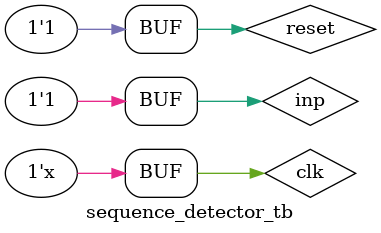
<source format=v>
`timescale 1ns / 1ps


module sequence_detector_tb(

    );
    
    reg inp,clk,reset;
    wire out;
    sequence_detector DUT(inp,clk,reset,out);
    initial begin
        reset<=0;
        clk<=0;
        inp<=0;
    end
    always #5 clk<=~clk;
    initial begin
        #10 reset<=1;
        inp<=0;
        #10 inp<=1;
        #10 inp<=0;
        #10 inp<=1;
        #10 inp<=1;
        #10 inp<=0;
        #10 inp<=0;
        #10 inp<=1;
        #10 inp<=0;
        #10 inp<=1;
        #10 inp<=1;
        #10 inp<=0;
        #10 inp<=1;
        #10 inp<=1;
        #10 inp<=0;
        #10 inp<=1;
        #10 inp<=1;
        #10 inp<=0;
        #10 inp<=1;
        #10 inp<=1;
        #10 inp<=0;
        #10 inp<=0;
        #10 inp<=1;
        #10 inp<=0;
        #10 inp<=1;
        #10 inp<=1;
        #10 inp<=0;
        #10 inp<=1;
        #10 inp<=1;
        #10 inp<=0;
        #10 inp<=1;        
    end
    
    
endmodule

</source>
